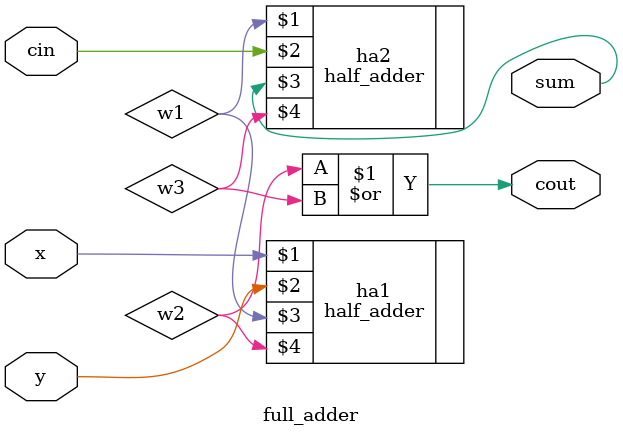
<source format=v>
module full_adder(x, y, cin, sum, cout);
input x, y, cin;
output sum, cout;
wire w1, w2, w3;

half_adder ha1(x, y, w1, w2);
half_adder ha2(w1, cin, sum, w3);
or u3(cout, w2, w3);

endmodule
</source>
